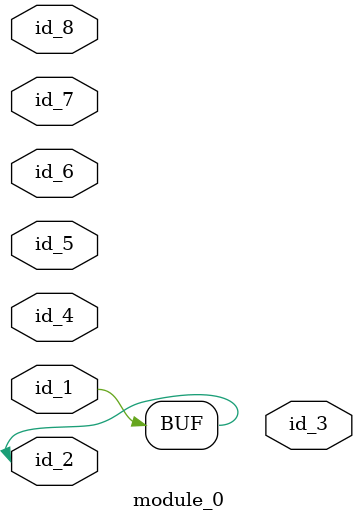
<source format=v>
`timescale 1ps / 1ps
module module_0 (
    id_1,
    id_2,
    id_3,
    id_4,
    id_5,
    id_6,
    id_7,
    id_8
);
  inout id_8;
  input id_7;
  inout id_6;
  inout id_5;
  inout id_4;
  output id_3;
  inout id_2;
  inout id_1;
  assign id_2 = 1 ? id_1 : 1;
endmodule

</source>
